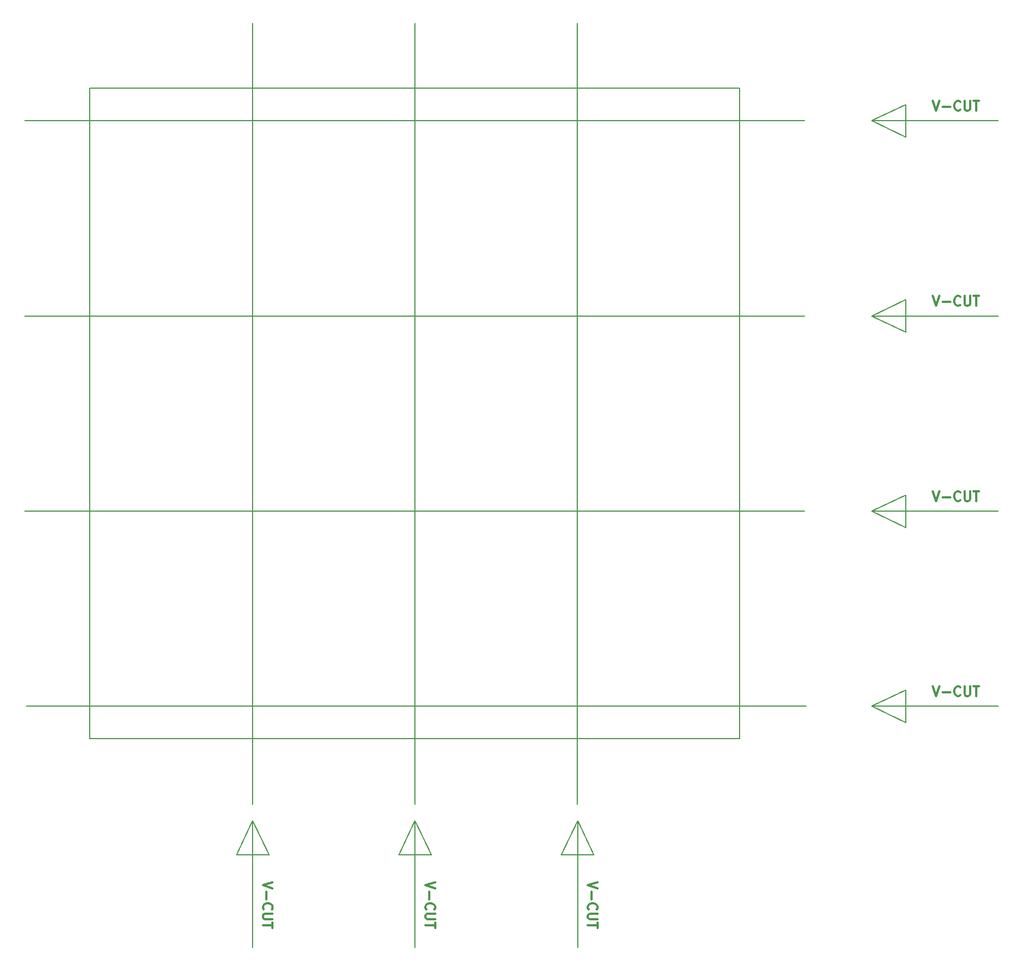
<source format=gko>
G04 #@! TF.GenerationSoftware,KiCad,Pcbnew,(5.0.0-3-g5ebb6b6)*
G04 #@! TF.CreationDate,2018-09-11T22:07:12+09:00*
G04 #@! TF.ProjectId,panelising_topre_pad,70616E656C6973696E675F746F707265,rev?*
G04 #@! TF.SameCoordinates,Original*
G04 #@! TF.FileFunction,Other,ECO2*
%FSLAX46Y46*%
G04 Gerber Fmt 4.6, Leading zero omitted, Abs format (unit mm)*
G04 Created by KiCad (PCBNEW (5.0.0-3-g5ebb6b6)) date 2018 September 11, Tuesday 22:07:12*
%MOMM*%
%LPD*%
G01*
G04 APERTURE LIST*
%ADD10C,0.150000*%
%ADD11C,0.300000*%
G04 APERTURE END LIST*
D10*
X127799594Y-172307416D02*
X130299594Y-177557416D01*
X100299594Y-177557416D02*
X102799594Y-172307416D01*
X105299594Y-177557416D02*
X100299594Y-177557416D01*
X125299594Y-177557416D02*
X127799594Y-172307416D01*
X75299594Y-177557416D02*
X77799594Y-172307416D01*
X80299594Y-177557416D02*
X75299594Y-177557416D01*
X77799594Y-191807416D02*
X77799594Y-172307416D01*
X77799594Y-172307416D02*
X80299594Y-177557416D01*
X130299594Y-177557416D02*
X125299594Y-177557416D01*
X127799594Y-191807416D02*
X127799594Y-172307416D01*
X102799594Y-191807416D02*
X102799594Y-172307416D01*
X102799594Y-172307416D02*
X105299594Y-177557416D01*
D11*
X130871022Y-181771701D02*
X129371022Y-182271701D01*
X130871022Y-182771701D01*
X129942451Y-183271701D02*
X129942451Y-184414558D01*
X129513879Y-185985987D02*
X129442451Y-185914558D01*
X129371022Y-185700273D01*
X129371022Y-185557416D01*
X129442451Y-185343130D01*
X129585308Y-185200273D01*
X129728165Y-185128844D01*
X130013879Y-185057416D01*
X130228165Y-185057416D01*
X130513879Y-185128844D01*
X130656736Y-185200273D01*
X130799594Y-185343130D01*
X130871022Y-185557416D01*
X130871022Y-185700273D01*
X130799594Y-185914558D01*
X130728165Y-185985987D01*
X130871022Y-186628844D02*
X129656736Y-186628844D01*
X129513879Y-186700273D01*
X129442451Y-186771701D01*
X129371022Y-186914558D01*
X129371022Y-187200273D01*
X129442451Y-187343130D01*
X129513879Y-187414558D01*
X129656736Y-187485987D01*
X130871022Y-187485987D01*
X130871022Y-187985987D02*
X130871022Y-188843130D01*
X129371022Y-188414558D02*
X130871022Y-188414558D01*
X105871022Y-181771701D02*
X104371022Y-182271701D01*
X105871022Y-182771701D01*
X104942451Y-183271701D02*
X104942451Y-184414558D01*
X104513879Y-185985987D02*
X104442451Y-185914558D01*
X104371022Y-185700273D01*
X104371022Y-185557416D01*
X104442451Y-185343130D01*
X104585308Y-185200273D01*
X104728165Y-185128844D01*
X105013879Y-185057416D01*
X105228165Y-185057416D01*
X105513879Y-185128844D01*
X105656736Y-185200273D01*
X105799594Y-185343130D01*
X105871022Y-185557416D01*
X105871022Y-185700273D01*
X105799594Y-185914558D01*
X105728165Y-185985987D01*
X105871022Y-186628844D02*
X104656736Y-186628844D01*
X104513879Y-186700273D01*
X104442451Y-186771701D01*
X104371022Y-186914558D01*
X104371022Y-187200273D01*
X104442451Y-187343130D01*
X104513879Y-187414558D01*
X104656736Y-187485987D01*
X105871022Y-187485987D01*
X105871022Y-187985987D02*
X105871022Y-188843130D01*
X104371022Y-188414558D02*
X105871022Y-188414558D01*
X80871022Y-181771701D02*
X79371022Y-182271701D01*
X80871022Y-182771701D01*
X79942451Y-183271701D02*
X79942451Y-184414558D01*
X79513879Y-185985987D02*
X79442451Y-185914558D01*
X79371022Y-185700273D01*
X79371022Y-185557416D01*
X79442451Y-185343130D01*
X79585308Y-185200273D01*
X79728165Y-185128844D01*
X80013879Y-185057416D01*
X80228165Y-185057416D01*
X80513879Y-185128844D01*
X80656736Y-185200273D01*
X80799594Y-185343130D01*
X80871022Y-185557416D01*
X80871022Y-185700273D01*
X80799594Y-185914558D01*
X80728165Y-185985987D01*
X80871022Y-186628844D02*
X79656736Y-186628844D01*
X79513879Y-186700273D01*
X79442451Y-186771701D01*
X79371022Y-186914558D01*
X79371022Y-187200273D01*
X79442451Y-187343130D01*
X79513879Y-187414558D01*
X79656736Y-187485987D01*
X80871022Y-187485987D01*
X80871022Y-187985987D02*
X80871022Y-188843130D01*
X79371022Y-188414558D02*
X80871022Y-188414558D01*
D10*
X178250000Y-67250000D02*
X173000000Y-64750000D01*
X178250000Y-62250000D02*
X178250000Y-67250000D01*
X192500000Y-64750000D02*
X173000000Y-64750000D01*
X173000000Y-64750000D02*
X178250000Y-62250000D01*
D11*
X182464285Y-61678571D02*
X182964285Y-63178571D01*
X183464285Y-61678571D01*
X183964285Y-62607142D02*
X185107142Y-62607142D01*
X186678571Y-63035714D02*
X186607142Y-63107142D01*
X186392857Y-63178571D01*
X186250000Y-63178571D01*
X186035714Y-63107142D01*
X185892857Y-62964285D01*
X185821428Y-62821428D01*
X185750000Y-62535714D01*
X185750000Y-62321428D01*
X185821428Y-62035714D01*
X185892857Y-61892857D01*
X186035714Y-61750000D01*
X186250000Y-61678571D01*
X186392857Y-61678571D01*
X186607142Y-61750000D01*
X186678571Y-61821428D01*
X187321428Y-61678571D02*
X187321428Y-62892857D01*
X187392857Y-63035714D01*
X187464285Y-63107142D01*
X187607142Y-63178571D01*
X187892857Y-63178571D01*
X188035714Y-63107142D01*
X188107142Y-63035714D01*
X188178571Y-62892857D01*
X188178571Y-61678571D01*
X188678571Y-61678571D02*
X189535714Y-61678571D01*
X189107142Y-63178571D02*
X189107142Y-61678571D01*
D10*
X178250000Y-97250000D02*
X173000000Y-94750000D01*
X178250000Y-92250000D02*
X178250000Y-97250000D01*
X192500000Y-94750000D02*
X173000000Y-94750000D01*
X173000000Y-94750000D02*
X178250000Y-92250000D01*
D11*
X182464285Y-91678571D02*
X182964285Y-93178571D01*
X183464285Y-91678571D01*
X183964285Y-92607142D02*
X185107142Y-92607142D01*
X186678571Y-93035714D02*
X186607142Y-93107142D01*
X186392857Y-93178571D01*
X186250000Y-93178571D01*
X186035714Y-93107142D01*
X185892857Y-92964285D01*
X185821428Y-92821428D01*
X185750000Y-92535714D01*
X185750000Y-92321428D01*
X185821428Y-92035714D01*
X185892857Y-91892857D01*
X186035714Y-91750000D01*
X186250000Y-91678571D01*
X186392857Y-91678571D01*
X186607142Y-91750000D01*
X186678571Y-91821428D01*
X187321428Y-91678571D02*
X187321428Y-92892857D01*
X187392857Y-93035714D01*
X187464285Y-93107142D01*
X187607142Y-93178571D01*
X187892857Y-93178571D01*
X188035714Y-93107142D01*
X188107142Y-93035714D01*
X188178571Y-92892857D01*
X188178571Y-91678571D01*
X188678571Y-91678571D02*
X189535714Y-91678571D01*
X189107142Y-93178571D02*
X189107142Y-91678571D01*
D10*
X178250000Y-127250000D02*
X173000000Y-124750000D01*
X178250000Y-122250000D02*
X178250000Y-127250000D01*
X192500000Y-124750000D02*
X173000000Y-124750000D01*
X173000000Y-124750000D02*
X178250000Y-122250000D01*
D11*
X182464285Y-121678571D02*
X182964285Y-123178571D01*
X183464285Y-121678571D01*
X183964285Y-122607142D02*
X185107142Y-122607142D01*
X186678571Y-123035714D02*
X186607142Y-123107142D01*
X186392857Y-123178571D01*
X186250000Y-123178571D01*
X186035714Y-123107142D01*
X185892857Y-122964285D01*
X185821428Y-122821428D01*
X185750000Y-122535714D01*
X185750000Y-122321428D01*
X185821428Y-122035714D01*
X185892857Y-121892857D01*
X186035714Y-121750000D01*
X186250000Y-121678571D01*
X186392857Y-121678571D01*
X186607142Y-121750000D01*
X186678571Y-121821428D01*
X187321428Y-121678571D02*
X187321428Y-122892857D01*
X187392857Y-123035714D01*
X187464285Y-123107142D01*
X187607142Y-123178571D01*
X187892857Y-123178571D01*
X188035714Y-123107142D01*
X188107142Y-123035714D01*
X188178571Y-122892857D01*
X188178571Y-121678571D01*
X188678571Y-121678571D02*
X189535714Y-121678571D01*
X189107142Y-123178571D02*
X189107142Y-121678571D01*
X182464285Y-151678571D02*
X182964285Y-153178571D01*
X183464285Y-151678571D01*
X183964285Y-152607142D02*
X185107142Y-152607142D01*
X186678571Y-153035714D02*
X186607142Y-153107142D01*
X186392857Y-153178571D01*
X186250000Y-153178571D01*
X186035714Y-153107142D01*
X185892857Y-152964285D01*
X185821428Y-152821428D01*
X185750000Y-152535714D01*
X185750000Y-152321428D01*
X185821428Y-152035714D01*
X185892857Y-151892857D01*
X186035714Y-151750000D01*
X186250000Y-151678571D01*
X186392857Y-151678571D01*
X186607142Y-151750000D01*
X186678571Y-151821428D01*
X187321428Y-151678571D02*
X187321428Y-152892857D01*
X187392857Y-153035714D01*
X187464285Y-153107142D01*
X187607142Y-153178571D01*
X187892857Y-153178571D01*
X188035714Y-153107142D01*
X188107142Y-153035714D01*
X188178571Y-152892857D01*
X188178571Y-151678571D01*
X188678571Y-151678571D02*
X189535714Y-151678571D01*
X189107142Y-153178571D02*
X189107142Y-151678571D01*
D10*
X178250000Y-157250000D02*
X173000000Y-154750000D01*
X178250000Y-152250000D02*
X178250000Y-157250000D01*
X173000000Y-154750000D02*
X178250000Y-152250000D01*
X192500000Y-154750000D02*
X173000000Y-154750000D01*
X127750000Y-49750000D02*
X127750000Y-169750000D01*
X102750000Y-49750000D02*
X102750000Y-169750000D01*
X77750000Y-49750000D02*
X77750000Y-169750000D01*
X152750000Y-159750000D02*
X52750000Y-159750000D01*
X163000000Y-154750000D02*
X43000000Y-154750000D01*
X162750000Y-124750000D02*
X42750000Y-124750000D01*
X162750000Y-94750000D02*
X42750000Y-94750000D01*
X162750000Y-64750000D02*
X42750000Y-64750000D01*
X152750000Y-59750000D02*
X52750000Y-59750000D01*
X152750000Y-59750000D02*
X152750000Y-159750000D01*
X52750000Y-59750000D02*
X52750000Y-159750000D01*
M02*

</source>
